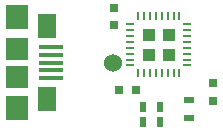
<source format=gbp>
%FSLAX46Y46*%
G04 Gerber Fmt 4.6, Leading zero omitted, Abs format (unit mm)*
G04 Created by KiCad (PCBNEW (2014-10-18 BZR 5203)-product) date 6/17/2015 3:02:02 PM*
%MOMM*%
G01*
G04 APERTURE LIST*
%ADD10C,0.100000*%
%ADD11C,1.524000*%
%ADD12R,1.998980X0.398780*%
%ADD13R,1.899920X2.100580*%
%ADD14R,1.600200X2.100580*%
%ADD15R,1.899920X1.899920*%
%ADD16R,0.797560X0.797560*%
%ADD17R,0.250000X0.700000*%
%ADD18R,0.700000X0.250000*%
%ADD19R,1.035000X1.035000*%
%ADD20R,0.750000X0.800000*%
%ADD21R,0.800000X0.750000*%
%ADD22R,0.500000X0.900000*%
%ADD23R,0.900000X0.500000*%
G04 APERTURE END LIST*
D10*
D11*
X116027200Y-94843600D03*
D12*
X110848140Y-94843600D03*
X110848140Y-95491300D03*
X110848140Y-93545660D03*
D13*
X107899200Y-98694240D03*
X107899200Y-90992960D03*
D12*
X110848140Y-94195900D03*
X110848140Y-96141540D03*
D14*
X110449360Y-97942400D03*
X110449360Y-91744800D03*
D15*
X107899200Y-96042480D03*
X107899200Y-93644720D03*
D16*
X124561600Y-98082100D03*
X124561600Y-96583500D03*
D17*
X121688800Y-95719600D03*
X121188800Y-95719600D03*
X120688800Y-95719600D03*
X120188800Y-95719600D03*
X119688800Y-95719600D03*
X119188800Y-95719600D03*
X118688800Y-95719600D03*
X118188800Y-95719600D03*
D18*
X117538800Y-95069600D03*
X117538800Y-94569600D03*
X117538800Y-94069600D03*
X117538800Y-93569600D03*
X117538800Y-93069600D03*
X117538800Y-92569600D03*
X117538800Y-92069600D03*
X117538800Y-91569600D03*
D17*
X118188800Y-90919600D03*
X118688800Y-90919600D03*
X119188800Y-90919600D03*
X119688800Y-90919600D03*
X120188800Y-90919600D03*
X120688800Y-90919600D03*
X121188800Y-90919600D03*
X121688800Y-90919600D03*
D18*
X122338800Y-91569600D03*
X122338800Y-92069600D03*
X122338800Y-92569600D03*
X122338800Y-93069600D03*
X122338800Y-93569600D03*
X122338800Y-94069600D03*
X122338800Y-94569600D03*
X122338800Y-95069600D03*
D19*
X119076300Y-92457100D03*
X120801300Y-92457100D03*
X119076300Y-94182100D03*
X120801300Y-94182100D03*
D20*
X116179600Y-91682000D03*
X116179600Y-90182000D03*
D21*
X118047200Y-97129600D03*
X116547200Y-97129600D03*
D22*
X118579200Y-98552000D03*
X120079200Y-98552000D03*
X118579200Y-99822000D03*
X120079200Y-99822000D03*
D23*
X122478800Y-98005200D03*
X122478800Y-99505200D03*
M02*

</source>
